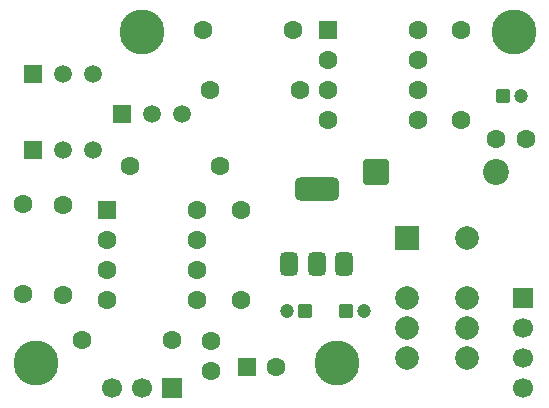
<source format=gbr>
%TF.GenerationSoftware,KiCad,Pcbnew,9.0.6*%
%TF.CreationDate,2025-12-23T12:21:06+09:00*%
%TF.ProjectId,ils,696c732e-6b69-4636-9164-5f7063625858,rev?*%
%TF.SameCoordinates,Original*%
%TF.FileFunction,Soldermask,Top*%
%TF.FilePolarity,Negative*%
%FSLAX46Y46*%
G04 Gerber Fmt 4.6, Leading zero omitted, Abs format (unit mm)*
G04 Created by KiCad (PCBNEW 9.0.6) date 2025-12-23 12:21:06*
%MOMM*%
%LPD*%
G01*
G04 APERTURE LIST*
G04 Aperture macros list*
%AMRoundRect*
0 Rectangle with rounded corners*
0 $1 Rounding radius*
0 $2 $3 $4 $5 $6 $7 $8 $9 X,Y pos of 4 corners*
0 Add a 4 corners polygon primitive as box body*
4,1,4,$2,$3,$4,$5,$6,$7,$8,$9,$2,$3,0*
0 Add four circle primitives for the rounded corners*
1,1,$1+$1,$2,$3*
1,1,$1+$1,$4,$5*
1,1,$1+$1,$6,$7*
1,1,$1+$1,$8,$9*
0 Add four rect primitives between the rounded corners*
20,1,$1+$1,$2,$3,$4,$5,0*
20,1,$1+$1,$4,$5,$6,$7,0*
20,1,$1+$1,$6,$7,$8,$9,0*
20,1,$1+$1,$8,$9,$2,$3,0*%
G04 Aperture macros list end*
%ADD10RoundRect,0.250000X-0.350000X-0.350000X0.350000X-0.350000X0.350000X0.350000X-0.350000X0.350000X0*%
%ADD11C,1.200000*%
%ADD12RoundRect,0.250000X0.350000X0.350000X-0.350000X0.350000X-0.350000X-0.350000X0.350000X-0.350000X0*%
%ADD13C,3.800000*%
%ADD14C,2.600000*%
%ADD15C,1.600000*%
%ADD16RoundRect,0.250000X-0.550000X-0.550000X0.550000X-0.550000X0.550000X0.550000X-0.550000X0.550000X0*%
%ADD17R,1.700000X1.700000*%
%ADD18C,1.700000*%
%ADD19RoundRect,0.249999X-0.850001X-0.850001X0.850001X-0.850001X0.850001X0.850001X-0.850001X0.850001X0*%
%ADD20C,2.200000*%
%ADD21RoundRect,0.375000X0.375000X-0.625000X0.375000X0.625000X-0.375000X0.625000X-0.375000X-0.625000X0*%
%ADD22RoundRect,0.500000X1.400000X-0.500000X1.400000X0.500000X-1.400000X0.500000X-1.400000X-0.500000X0*%
%ADD23R,2.000000X2.000000*%
%ADD24C,2.000000*%
%ADD25R,1.500000X1.500000*%
%ADD26C,1.500000*%
G04 APERTURE END LIST*
D10*
%TO.C,C6*%
X161977401Y-132000000D03*
D11*
X163477401Y-132000000D03*
%TD*%
D12*
%TO.C,C5*%
X158450000Y-132000000D03*
D11*
X156950000Y-132000000D03*
%TD*%
D13*
%TO.C,REF\u002A\u002A*%
X176150000Y-108400000D03*
D14*
X176150000Y-108400000D03*
%TD*%
D15*
%TO.C,U2*%
X168060000Y-108230000D03*
X168060000Y-110770000D03*
X168060000Y-113310000D03*
X168060000Y-115850000D03*
X160440000Y-115850000D03*
X160440000Y-113310000D03*
X160440000Y-110770000D03*
D16*
X160440000Y-108230000D03*
%TD*%
D15*
%TO.C,R2*%
X171660000Y-115860000D03*
X171660000Y-108240000D03*
%TD*%
D14*
%TO.C,REF\u002A\u002A*%
X135650000Y-136400000D03*
D13*
X135650000Y-136400000D03*
%TD*%
D15*
%TO.C,C3*%
X150500000Y-137100000D03*
X150500000Y-134600000D03*
%TD*%
%TO.C,C1*%
X177150000Y-117500000D03*
X174650000Y-117500000D03*
%TD*%
D17*
%TO.C,J2*%
X147190000Y-138500000D03*
D18*
X144650000Y-138500000D03*
X142110000Y-138500000D03*
%TD*%
D16*
%TO.C,C4*%
X153544888Y-136750000D03*
D15*
X156044888Y-136750000D03*
%TD*%
D14*
%TO.C,REF\u002A\u002A*%
X161150000Y-136400000D03*
D13*
X161150000Y-136400000D03*
%TD*%
D10*
%TO.C,C2*%
X175227401Y-113850000D03*
D11*
X176727401Y-113850000D03*
%TD*%
D19*
%TO.C,D1*%
X164470000Y-120250000D03*
D20*
X174630000Y-120250000D03*
%TD*%
D21*
%TO.C,U3*%
X157150000Y-128000000D03*
X159450000Y-128000000D03*
D22*
X159450000Y-121700000D03*
D21*
X161750000Y-128000000D03*
%TD*%
D15*
%TO.C,R6*%
X138000000Y-130645000D03*
X138000000Y-123025000D03*
%TD*%
%TO.C,R1*%
X143690000Y-119750000D03*
X151310000Y-119750000D03*
%TD*%
%TO.C,R5*%
X153050000Y-123440000D03*
X153050000Y-131060000D03*
%TD*%
%TO.C,R3*%
X139590000Y-134450000D03*
X147210000Y-134450000D03*
%TD*%
D23*
%TO.C,K1*%
X167120000Y-125870000D03*
D24*
X167120000Y-130950000D03*
X167120000Y-133490000D03*
X167120000Y-136030000D03*
X172200000Y-136030000D03*
X172200000Y-133490000D03*
X172200000Y-130950000D03*
X172200000Y-125870000D03*
%TD*%
D14*
%TO.C,REF\u002A\u002A*%
X144650000Y-108400000D03*
D13*
X144650000Y-108400000D03*
%TD*%
D17*
%TO.C,J1*%
X176900000Y-130940000D03*
D18*
X176900000Y-133480000D03*
X176900000Y-136020000D03*
X176900000Y-138560000D03*
%TD*%
D15*
%TO.C,R8*%
X134550000Y-130610000D03*
X134550000Y-122990000D03*
%TD*%
%TO.C,R4*%
X158060000Y-113300000D03*
X150440000Y-113300000D03*
%TD*%
%TO.C,R7*%
X149850000Y-108250000D03*
X157470000Y-108250000D03*
%TD*%
D25*
%TO.C,Q3*%
X135470000Y-111950000D03*
D26*
X138010000Y-111950000D03*
X140550000Y-111950000D03*
%TD*%
D25*
%TO.C,Q1*%
X135460000Y-118385000D03*
D26*
X138000000Y-118385000D03*
X140540000Y-118385000D03*
%TD*%
D25*
%TO.C,Q2*%
X143000000Y-115300000D03*
D26*
X145540000Y-115300000D03*
X148080000Y-115300000D03*
%TD*%
D16*
%TO.C,U1*%
X141695000Y-123440000D03*
D15*
X141695000Y-125980000D03*
X141695000Y-128520000D03*
X141695000Y-131060000D03*
X149315000Y-131060000D03*
X149315000Y-128520000D03*
X149315000Y-125980000D03*
X149315000Y-123440000D03*
%TD*%
M02*

</source>
